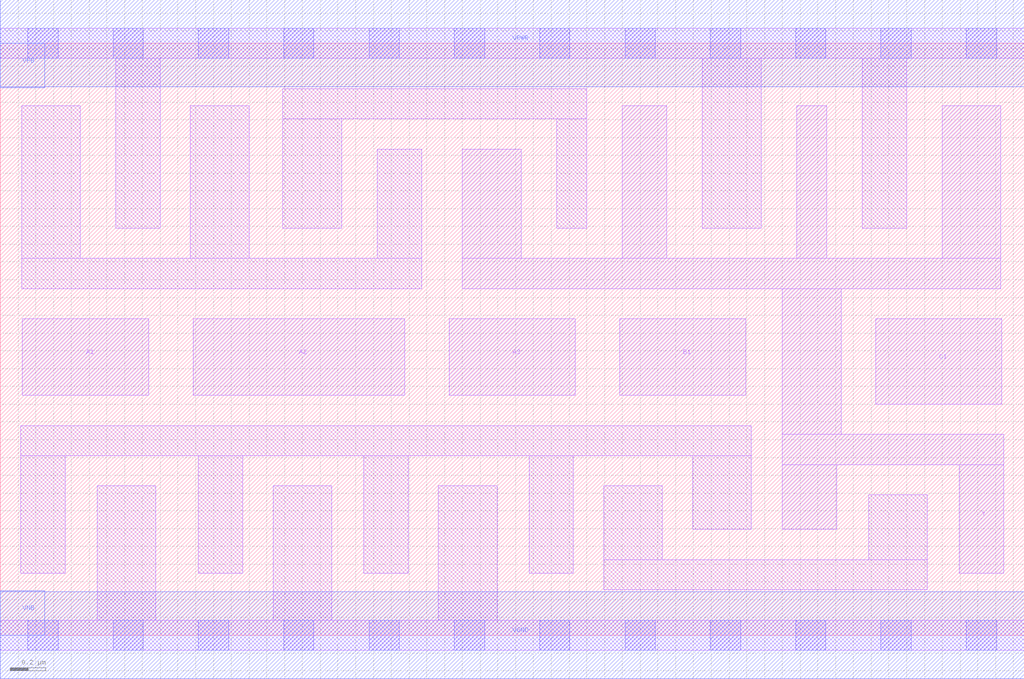
<source format=lef>
# Copyright 2020 The SkyWater PDK Authors
#
# Licensed under the Apache License, Version 2.0 (the "License");
# you may not use this file except in compliance with the License.
# You may obtain a copy of the License at
#
#     https://www.apache.org/licenses/LICENSE-2.0
#
# Unless required by applicable law or agreed to in writing, software
# distributed under the License is distributed on an "AS IS" BASIS,
# WITHOUT WARRANTIES OR CONDITIONS OF ANY KIND, either express or implied.
# See the License for the specific language governing permissions and
# limitations under the License.
#
# SPDX-License-Identifier: Apache-2.0

VERSION 5.5 ;
NAMESCASESENSITIVE ON ;
BUSBITCHARS "[]" ;
DIVIDERCHAR "/" ;
MACRO sky130_fd_sc_hs__o311ai_2
  CLASS CORE ;
  SOURCE USER ;
  ORIGIN  0.000000  0.000000 ;
  SIZE  5.760000 BY  3.330000 ;
  SYMMETRY X Y ;
  SITE unit ;
  PIN A1
    ANTENNAGATEAREA  0.558000 ;
    DIRECTION INPUT ;
    USE SIGNAL ;
    PORT
      LAYER li1 ;
        RECT 0.125000 1.350000 0.835000 1.780000 ;
    END
  END A1
  PIN A2
    ANTENNAGATEAREA  0.558000 ;
    DIRECTION INPUT ;
    USE SIGNAL ;
    PORT
      LAYER li1 ;
        RECT 1.085000 1.350000 2.275000 1.780000 ;
    END
  END A2
  PIN A3
    ANTENNAGATEAREA  0.558000 ;
    DIRECTION INPUT ;
    USE SIGNAL ;
    PORT
      LAYER li1 ;
        RECT 2.525000 1.350000 3.235000 1.780000 ;
    END
  END A3
  PIN B1
    ANTENNAGATEAREA  0.558000 ;
    DIRECTION INPUT ;
    USE SIGNAL ;
    PORT
      LAYER li1 ;
        RECT 3.485000 1.350000 4.195000 1.780000 ;
    END
  END B1
  PIN C1
    ANTENNAGATEAREA  0.558000 ;
    DIRECTION INPUT ;
    USE SIGNAL ;
    PORT
      LAYER li1 ;
        RECT 4.925000 1.300000 5.635000 1.780000 ;
    END
  END C1
  PIN Y
    ANTENNADIFFAREA  1.754600 ;
    DIRECTION OUTPUT ;
    USE SIGNAL ;
    PORT
      LAYER li1 ;
        RECT 2.600000 1.950000 5.630000 2.120000 ;
        RECT 2.600000 2.120000 2.930000 2.735000 ;
        RECT 3.500000 2.120000 3.750000 2.980000 ;
        RECT 4.400000 0.595000 4.705000 0.960000 ;
        RECT 4.400000 0.960000 5.645000 1.130000 ;
        RECT 4.400000 1.130000 4.730000 1.950000 ;
        RECT 4.480000 2.120000 4.650000 2.980000 ;
        RECT 5.300000 2.120000 5.630000 2.980000 ;
        RECT 5.395000 0.350000 5.645000 0.960000 ;
    END
  END Y
  PIN VGND
    DIRECTION INOUT ;
    USE GROUND ;
    PORT
      LAYER met1 ;
        RECT 0.000000 -0.245000 5.760000 0.245000 ;
    END
  END VGND
  PIN VNB
    DIRECTION INOUT ;
    USE GROUND ;
    PORT
    END
  END VNB
  PIN VPB
    DIRECTION INOUT ;
    USE POWER ;
    PORT
    END
  END VPB
  PIN VNB
    DIRECTION INOUT ;
    USE GROUND ;
    PORT
      LAYER met1 ;
        RECT 0.000000 0.000000 0.250000 0.250000 ;
    END
  END VNB
  PIN VPB
    DIRECTION INOUT ;
    USE POWER ;
    PORT
      LAYER met1 ;
        RECT 0.000000 3.080000 0.250000 3.330000 ;
    END
  END VPB
  PIN VPWR
    DIRECTION INOUT ;
    USE POWER ;
    PORT
      LAYER met1 ;
        RECT 0.000000 3.085000 5.760000 3.575000 ;
    END
  END VPWR
  OBS
    LAYER li1 ;
      RECT 0.000000 -0.085000 5.760000 0.085000 ;
      RECT 0.000000  3.245000 5.760000 3.415000 ;
      RECT 0.115000  0.350000 0.365000 1.010000 ;
      RECT 0.115000  1.010000 4.225000 1.180000 ;
      RECT 0.120000  1.950000 2.370000 2.120000 ;
      RECT 0.120000  2.120000 0.450000 2.980000 ;
      RECT 0.545000  0.085000 0.875000 0.840000 ;
      RECT 0.650000  2.290000 0.900000 3.245000 ;
      RECT 1.070000  2.120000 1.400000 2.980000 ;
      RECT 1.115000  0.350000 1.365000 1.010000 ;
      RECT 1.535000  0.085000 1.865000 0.840000 ;
      RECT 1.590000  2.290000 1.920000 2.905000 ;
      RECT 1.590000  2.905000 3.300000 3.075000 ;
      RECT 2.045000  0.350000 2.295000 1.010000 ;
      RECT 2.120000  2.120000 2.370000 2.735000 ;
      RECT 2.465000  0.085000 2.795000 0.840000 ;
      RECT 2.975000  0.350000 3.225000 1.010000 ;
      RECT 3.130000  2.290000 3.300000 2.905000 ;
      RECT 3.395000  0.255000 5.215000 0.425000 ;
      RECT 3.395000  0.425000 3.725000 0.840000 ;
      RECT 3.895000  0.595000 4.225000 1.010000 ;
      RECT 3.950000  2.290000 4.280000 3.245000 ;
      RECT 4.850000  2.290000 5.100000 3.245000 ;
      RECT 4.885000  0.425000 5.215000 0.790000 ;
    LAYER mcon ;
      RECT 0.155000 -0.085000 0.325000 0.085000 ;
      RECT 0.155000  3.245000 0.325000 3.415000 ;
      RECT 0.635000 -0.085000 0.805000 0.085000 ;
      RECT 0.635000  3.245000 0.805000 3.415000 ;
      RECT 1.115000 -0.085000 1.285000 0.085000 ;
      RECT 1.115000  3.245000 1.285000 3.415000 ;
      RECT 1.595000 -0.085000 1.765000 0.085000 ;
      RECT 1.595000  3.245000 1.765000 3.415000 ;
      RECT 2.075000 -0.085000 2.245000 0.085000 ;
      RECT 2.075000  3.245000 2.245000 3.415000 ;
      RECT 2.555000 -0.085000 2.725000 0.085000 ;
      RECT 2.555000  3.245000 2.725000 3.415000 ;
      RECT 3.035000 -0.085000 3.205000 0.085000 ;
      RECT 3.035000  3.245000 3.205000 3.415000 ;
      RECT 3.515000 -0.085000 3.685000 0.085000 ;
      RECT 3.515000  3.245000 3.685000 3.415000 ;
      RECT 3.995000 -0.085000 4.165000 0.085000 ;
      RECT 3.995000  3.245000 4.165000 3.415000 ;
      RECT 4.475000 -0.085000 4.645000 0.085000 ;
      RECT 4.475000  3.245000 4.645000 3.415000 ;
      RECT 4.955000 -0.085000 5.125000 0.085000 ;
      RECT 4.955000  3.245000 5.125000 3.415000 ;
      RECT 5.435000 -0.085000 5.605000 0.085000 ;
      RECT 5.435000  3.245000 5.605000 3.415000 ;
  END
END sky130_fd_sc_hs__o311ai_2
END LIBRARY

</source>
